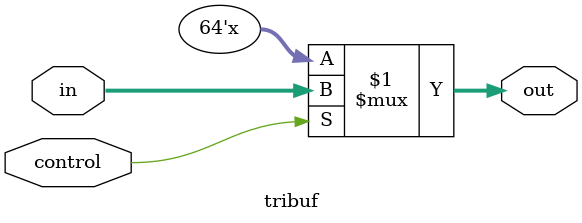
<source format=v>
module regfile_and_alu_datapath(
	input W, clk, rst, EN_ALU, EN_B, K_SEL, C0,
	input [4:0] SA, SB, DA, FS,
	input [63:0] K,
	output [3:0] Status,
	output [63:0] r0, r1, r2, r3, r4, r5, r6, r7);

wire [63:0] A, B, F, D, Mux_out;

regfile32x64 regfile(.rdDataA(A), .rdDataB(B), .rdAddrA(SA), .rdAddrB(SB), .wrData(D), .wrAddr(DA), .write(W), .reset(rst), .clk(clk), .r0(r0), .r1(r1), .r2(r2), .r3(r3), .r4(r4), .r5(r5), .r6(r6), .r7(r7));
ALU_LEGv8 alu(.A(A), .B(Mux_out), .FS(FS), .C0(C0), .F(F), .status(Status));

Mux2to1 const_sel(.F(Mux_out), .A(K), .B(B), .Sel(K_SEL)); //A is constant, B is output from reg file
tribuf B_enable(.in(B), .out(D), .control(EN_B)); //Connects B from regfile to data bus when enabled, high z otherwise
tribuf ALU_enable(.in(F), .out(D), .control(EN_ALU)); //connects output of alu to data bus when enabled, high z otherwise

endmodule //end regfile_and_alu_datapath

module Mux2to1(
	input [63:0] A, B,
	input Sel,
	output [63:0] F);
	
assign F = Sel ? A : B; // if FS is 0, choose B, else chose A. 
endmodule//end mux

module tribuf(
	input [63:0] in,
	input control,
	output [63:0] out);
	
assign  out = control ? in : 64'bz;
endmodule //end tribuf



</source>
